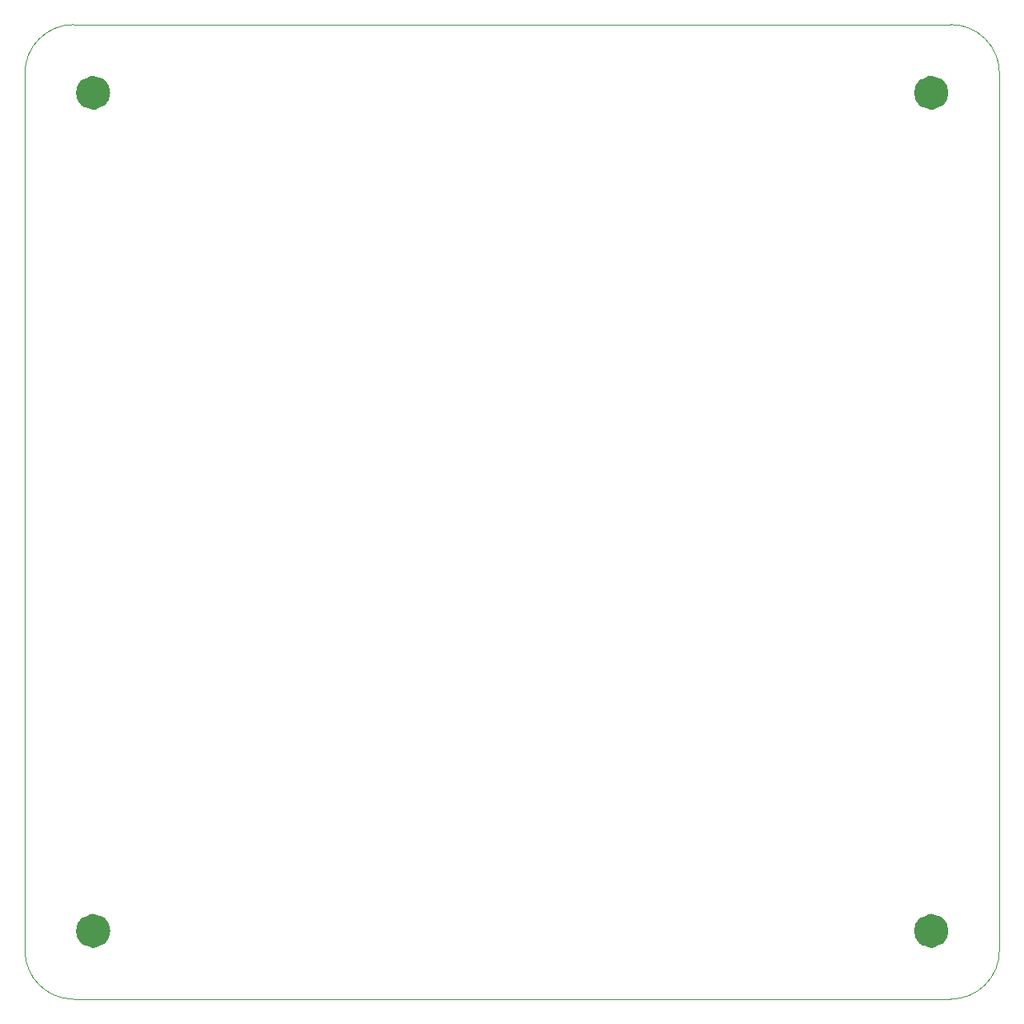
<source format=gbr>
%TF.GenerationSoftware,KiCad,Pcbnew,6.0.6-3a73a75311~116~ubuntu20.04.1*%
%TF.CreationDate,2022-06-26T16:51:51-05:00*%
%TF.ProjectId,BigClive_AA_Battery_Trickle_Charger_v000,42696743-6c69-4766-955f-41415f426174,rev?*%
%TF.SameCoordinates,Original*%
%TF.FileFunction,Profile,NP*%
%FSLAX46Y46*%
G04 Gerber Fmt 4.6, Leading zero omitted, Abs format (unit mm)*
G04 Created by KiCad (PCBNEW 6.0.6-3a73a75311~116~ubuntu20.04.1) date 2022-06-26 16:51:51*
%MOMM*%
%LPD*%
G01*
G04 APERTURE LIST*
%TA.AperFunction,Profile*%
%ADD10C,0.100000*%
%TD*%
%TA.AperFunction,Profile*%
%ADD11C,1.750000*%
%TD*%
G04 APERTURE END LIST*
D10*
X211860000Y-138160000D02*
X121860000Y-138160000D01*
X121860000Y-38160000D02*
G75*
G03*
X116860000Y-43160000I0J-5000000D01*
G01*
D11*
X210735000Y-45160000D02*
G75*
G03*
X210735000Y-45160000I-875000J0D01*
G01*
D10*
X121860000Y-38160000D02*
X211860000Y-38160000D01*
D11*
X124735000Y-45160000D02*
G75*
G03*
X124735000Y-45160000I-875000J0D01*
G01*
D10*
X211860000Y-138160000D02*
G75*
G03*
X216860000Y-133160000I0J5000000D01*
G01*
X116860000Y-133160000D02*
G75*
G03*
X121860000Y-138160000I5000000J0D01*
G01*
X216860000Y-43160000D02*
X216860000Y-133160000D01*
D11*
X124735000Y-131160000D02*
G75*
G03*
X124735000Y-131160000I-875000J0D01*
G01*
X210735000Y-131160000D02*
G75*
G03*
X210735000Y-131160000I-875000J0D01*
G01*
D10*
X216860000Y-43160000D02*
G75*
G03*
X211860000Y-38160000I-5000000J0D01*
G01*
X116860000Y-133160000D02*
X116860000Y-43160000D01*
M02*

</source>
